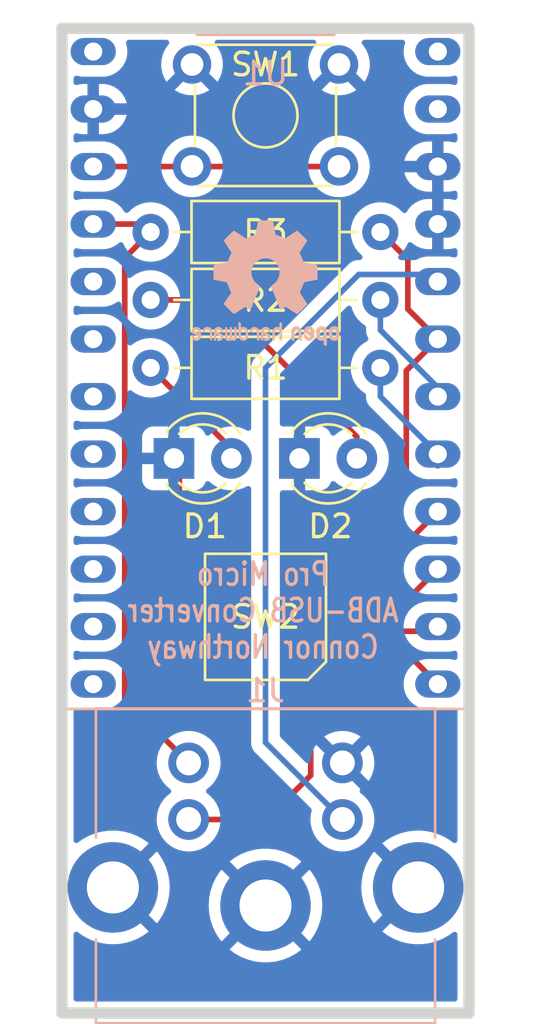
<source format=kicad_pcb>
(kicad_pcb (version 20210722) (generator pcbnew)
  (layers (0 "F.Cu" signal) (31 "B.Cu" signal) (34 "B.Paste" user) (35 "F.Paste" user) (36 "B.SilkS" user "B.Silkscreen") (37 "F.SilkS" user "F.Silkscreen") (38 "B.Mask" user) (39 "F.Mask" user) (44 "Edge.Cuts" user))
  (net 0 "")
  (net 1 "GND")
  (net 2 "Net-(D1-Pad2)")
  (net 3 "Net-(D2-Pad2)")
  (net 4 "DIP1")
  (net 5 "DATA")
  (net 6 "PSW")
  (net 7 "VCC")
  (net 8 "LED1")
  (net 9 "LED2")
  (net 10 "DIP2")
  (net 11 "RST")
  (net 14 "DIP3")
  (net 15 "DIP4")
  (footprint "LED_THT:LED_D3.0mm" (layer "F.Cu") (at 109.5 87)
    (fp_text reference "D2" (at 1.366487 3) (layer "F.SilkS"))
    (fp_text value "LED")
    (fp_line (start -0.29 1.08) (end -0.29 1.236) (layer "F.SilkS") (width 0.12))
    (fp_line (start -0.29 -1.236) (end -0.29 -1.08) (layer "F.SilkS") (width 0.12))
    (fp_arc (start 1.27 0) (end -0.29 -1.235516) (angle 108.8) (layer "F.SilkS") (width 0.12))
    (fp_arc (start 1.27 0) (end 0.229039 1.08) (angle -87.9) (layer "F.SilkS") (width 0.12))
    (fp_arc (start 1.27 0) (end 0.229039 -1.08) (angle 87.9) (layer "F.SilkS") (width 0.12))
    (fp_arc (start 1.27 0) (end -0.29 1.235516) (angle -108.8) (layer "F.SilkS") (width 0.12))
    (pad "1" thru_hole rect locked (at 0 0) (size 1.8 1.8) (drill 0.9) (layers *.Cu *.Mask) (net 1 "GND"))
    (pad "2" thru_hole circle locked (at 2.54 0) (size 1.8 1.8) (drill 0.9) (layers *.Cu *.Mask) (net 3 "Net-(D2-Pad2)"))
  )
  (footprint "Button_Switch_THT:SW_TH_Tactile_Omron_B3F-10xx" (layer "F.Cu") (at 111.25 74.1 180)
    (fp_text reference "SW1" (at 3.25 4.5) (layer "F.SilkS"))
    (fp_text value "SW_Push_Dual_Other_PinLayout")
    (fp_line (start 0.13 3.59) (end 0.13 0.91) (layer "F.SilkS") (width 0.12))
    (fp_line (start 6.37 0.91) (end 6.37 3.59) (layer "F.SilkS") (width 0.12))
    (fp_line (start 0.28 5.37) (end 6.22 5.37) (layer "F.SilkS") (width 0.12))
    (fp_line (start 0.28 -0.87) (end 6.22 -0.87) (layer "F.SilkS") (width 0.12))
    (fp_circle (center 3.25 2.25) (end 4.25 3.25) (layer "F.SilkS") (width 0.12) (fill none))
    (pad "1" thru_hole circle locked (at 0 0 180) (size 1.7 1.7) (drill 1) (layers *.Cu *.Mask) (net 11 "RST"))
    (pad "2" thru_hole circle locked (at 6.5 0 180) (size 1.7 1.7) (drill 1) (layers *.Cu *.Mask) (net 11 "RST"))
    (pad "3" thru_hole circle locked (at 0 4.5 180) (size 1.7 1.7) (drill 1) (layers *.Cu *.Mask) (net 1 "GND"))
    (pad "4" thru_hole circle locked (at 6.5 4.5 180) (size 1.7 1.7) (drill 1) (layers *.Cu *.Mask) (net 1 "GND"))
  )
  (footprint "cnorthway:218-4LPST" (layer "F.Cu") (at 108 94 90)
    (fp_text reference "SW2" (at 0 0) (layer "F.SilkS"))
    (fp_text value "SW_DIP_x04")
    (fp_line (start -1.985 2.675) (end -2.785 1.875) (layer "F.SilkS") (width 0.12))
    (fp_line (start -2.785 1.875) (end -2.785 -2.675) (layer "F.SilkS") (width 0.12))
    (fp_line (start 2.785 2.675) (end -1.985 2.675) (layer "F.SilkS") (width 0.12))
    (fp_line (start -2.785 -2.675) (end 2.785 -2.675) (layer "F.SilkS") (width 0.12))
    (fp_line (start 2.785 -2.675) (end 2.785 2.675) (layer "F.SilkS") (width 0.12))
    (pad "1" smd rect (at -1.905 3.81 90) (size 0.76 1.27) (layers "F.Cu" "F.Paste" "F.Mask") (net 15 "DIP4"))
    (pad "2" smd rect (at -0.635 3.81 90) (size 0.76 1.27) (layers "F.Cu" "F.Paste" "F.Mask") (net 14 "DIP3"))
    (pad "3" smd rect (at 0.635 3.81 90) (size 0.76 1.27) (layers "F.Cu" "F.Paste" "F.Mask") (net 10 "DIP2"))
    (pad "4" smd rect (at 1.905 3.81 90) (size 0.76 1.27) (layers "F.Cu" "F.Paste" "F.Mask") (net 4 "DIP1"))
    (pad "5" smd rect (at 1.905 -3.81 90) (size 0.76 1.27) (layers "F.Cu" "F.Paste" "F.Mask") (net 1 "GND"))
    (pad "6" smd rect (at 0.635 -3.81 90) (size 0.76 1.27) (layers "F.Cu" "F.Paste" "F.Mask") (net 1 "GND"))
    (pad "7" smd rect (at -0.635 -3.81 90) (size 0.76 1.27) (layers "F.Cu" "F.Paste" "F.Mask") (net 1 "GND"))
    (pad "8" smd rect (at -1.905 -3.81 90) (size 0.76 1.27) (layers "F.Cu" "F.Paste" "F.Mask") (net 1 "GND"))
  )
  (footprint "LED_THT:LED_D3.0mm" (layer "F.Cu") (at 103.95 87)
    (fp_text reference "D1" (at 1.366487 3) (layer "F.SilkS"))
    (fp_text value "LED")
    (fp_line (start -0.29 1.08) (end -0.29 1.236) (layer "F.SilkS") (width 0.12))
    (fp_line (start -0.29 -1.236) (end -0.29 -1.08) (layer "F.SilkS") (width 0.12))
    (fp_arc (start 1.27 0) (end -0.29 1.235516) (angle -108.8) (layer "F.SilkS") (width 0.12))
    (fp_arc (start 1.27 0) (end -0.29 -1.235516) (angle 108.8) (layer "F.SilkS") (width 0.12))
    (fp_arc (start 1.27 0) (end 0.229039 -1.08) (angle 87.9) (layer "F.SilkS") (width 0.12))
    (fp_arc (start 1.27 0) (end 0.229039 1.08) (angle -87.9) (layer "F.SilkS") (width 0.12))
    (pad "1" thru_hole rect locked (at 0 0) (size 1.8 1.8) (drill 0.9) (layers *.Cu *.Mask) (net 1 "GND"))
    (pad "2" thru_hole circle locked (at 2.54 0) (size 1.8 1.8) (drill 0.9) (layers *.Cu *.Mask) (net 2 "Net-(D1-Pad2)"))
  )
  (footprint "Resistor_THT:R_Axial_DIN0207_L6.3mm_D2.5mm_P10.16mm_Horizontal" (layer "F.Cu") (at 102.92 77)
    (fp_text reference "R3" (at 5.08 0) (layer "F.SilkS"))
    (fp_text value "1k")
    (fp_line (start 9.12 0) (end 8.35 0) (layer "F.SilkS") (width 0.12))
    (fp_line (start 8.35 -1.37) (end 1.81 -1.37) (layer "F.SilkS") (width 0.12))
    (fp_line (start 8.35 1.37) (end 8.35 -1.37) (layer "F.SilkS") (width 0.12))
    (fp_line (start 1.04 0) (end 1.81 0) (layer "F.SilkS") (width 0.12))
    (fp_line (start 1.81 -1.37) (end 1.81 1.37) (layer "F.SilkS") (width 0.12))
    (fp_line (start 1.81 1.37) (end 8.35 1.37) (layer "F.SilkS") (width 0.12))
    (pad "1" thru_hole circle locked (at 0 0) (size 1.6 1.6) (drill 0.8) (layers *.Cu *.Mask) (net 7 "VCC"))
    (pad "2" thru_hole oval locked (at 10.16 0) (size 1.6 1.6) (drill 0.8) (layers *.Cu *.Mask) (net 5 "DATA"))
  )
  (footprint "Resistor_THT:R_Axial_DIN0207_L6.3mm_D2.5mm_P10.16mm_Horizontal" (layer "F.Cu") (at 113.08 83 180)
    (fp_text reference "R1" (at 5.08 0) (layer "F.SilkS"))
    (fp_text value "R_Small")
    (fp_line (start 8.35 -1.37) (end 1.81 -1.37) (layer "F.SilkS") (width 0.12))
    (fp_line (start 8.35 1.37) (end 8.35 -1.37) (layer "F.SilkS") (width 0.12))
    (fp_line (start 1.81 -1.37) (end 1.81 1.37) (layer "F.SilkS") (width 0.12))
    (fp_line (start 1.04 0) (end 1.81 0) (layer "F.SilkS") (width 0.12))
    (fp_line (start 1.81 1.37) (end 8.35 1.37) (layer "F.SilkS") (width 0.12))
    (fp_line (start 9.12 0) (end 8.35 0) (layer "F.SilkS") (width 0.12))
    (pad "1" thru_hole circle locked (at 0 0 180) (size 1.6 1.6) (drill 0.8) (layers *.Cu *.Mask) (net 8 "LED1"))
    (pad "2" thru_hole oval locked (at 10.16 0 180) (size 1.6 1.6) (drill 0.8) (layers *.Cu *.Mask) (net 2 "Net-(D1-Pad2)"))
  )
  (footprint "Resistor_THT:R_Axial_DIN0207_L6.3mm_D2.5mm_P10.16mm_Horizontal" (layer "F.Cu") (at 113.08 80 180)
    (fp_text reference "R2" (at 5.08 0) (layer "F.SilkS"))
    (fp_text value "R_Small")
    (fp_line (start 1.81 1.37) (end 8.35 1.37) (layer "F.SilkS") (width 0.12))
    (fp_line (start 1.81 -1.37) (end 1.81 1.37) (layer "F.SilkS") (width 0.12))
    (fp_line (start 8.35 -1.37) (end 1.81 -1.37) (layer "F.SilkS") (width 0.12))
    (fp_line (start 9.12 0) (end 8.35 0) (layer "F.SilkS") (width 0.12))
    (fp_line (start 8.35 1.37) (end 8.35 -1.37) (layer "F.SilkS") (width 0.12))
    (fp_line (start 1.04 0) (end 1.81 0) (layer "F.SilkS") (width 0.12))
    (pad "1" thru_hole circle locked (at 0 0 180) (size 1.6 1.6) (drill 0.8) (layers *.Cu *.Mask) (net 9 "LED2"))
    (pad "2" thru_hole oval locked (at 10.16 0 180) (size 1.6 1.6) (drill 0.8) (layers *.Cu *.Mask) (net 3 "Net-(D2-Pad2)"))
  )
  (footprint "Symbol:OSHW-Logo2_7.3x6mm_SilkScreen" (layer "B.Cu") (at 108 79.25 180)
    (fp_text reference "REF**" hide)
    (fp_text value "OSHW-Logo2_7.3x6mm_SilkScreen" hide)
    (fp_poly (pts (xy -1.283907 -1.92778) (xy -1.237328 -1.954723) (xy -1.204943 -1.981466) (xy -1.181258 -2.009484) (xy -1.164941 -2.043748) (xy -1.154661 -2.089227) (xy -1.149086 -2.150892) (xy -1.146884 -2.233711) (xy -1.146629 -2.293246) (xy -1.146629 -2.512391) (xy -1.208314 -2.540044) (xy -1.27 -2.567697) (xy -1.277257 -2.32767) (xy -1.280256 -2.238028) (xy -1.283402 -2.172962) (xy -1.287299 -2.128026) (xy -1.292553 -2.09877) (xy -1.299769 -2.080748) (xy -1.30955 -2.069511) (xy -1.312688 -2.067079) (xy -1.360239 -2.048083) (xy -1.408303 -2.0556) (xy -1.436914 -2.075543) (xy -1.448553 -2.089675) (xy -1.456609 -2.10822) (xy -1.461729 -2.136334) (xy -1.464559 -2.179173) (xy -1.465744 -2.241895) (xy -1.465943 -2.307261) (xy -1.465982 -2.389268) (xy -1.467386 -2.447316) (xy -1.472086 -2.486465) (xy -1.482013 -2.51178) (xy -1.499097 -2.528323) (xy -1.525268 -2.541156) (xy -1.560225 -2.554491) (xy -1.598404 -2.569007) (xy -1.593859 -2.311389) (xy -1.592029 -2.218519) (xy -1.589888 -2.149889) (xy -1.586819 -2.100711) (xy -1.582206 -2.066198) (xy -1.575432 -2.041562) (xy -1.565881 -2.022016) (xy -1.554366 -2.00477) (xy -1.49881 -1.94968) (xy -1.43102 -1.917822) (xy -1.357287 -1.910191) (xy -1.283907 -1.92778)) (layer "B.SilkS") (width 0.01) (fill solid))
    (fp_poly (pts (xy 3.153595 -1.966966) (xy 3.211021 -2.004497) (xy 3.238719 -2.038096) (xy 3.260662 -2.099064) (xy 3.262405 -2.147308) (xy 3.258457 -2.211816) (xy 3.109686 -2.276934) (xy 3.037349 -2.310202) (xy 2.990084 -2.336964) (xy 2.965507 -2.360144) (xy 2.961237 -2.382667) (xy 2.974889 -2.407455) (xy 2.989943 -2.423886) (xy 3.033746 -2.450235) (xy 3.081389 -2.452081) (xy 3.125145 -2.431546) (xy 3.157289 -2.390752) (xy 3.163038 -2.376347) (xy 3.190576 -2.331356) (xy 3.222258 -2.312182) (xy 3.265714 -2.295779) (xy 3.265714 -2.357966) (xy 3.261872 -2.400283) (xy 3.246823 -2.435969) (xy 3.21528 -2.476943) (xy 3.210592 -2.482267) (xy 3.175506 -2.51872) (xy 3.145347 -2.538283) (xy 3.107615 -2.547283) (xy 3.076335 -2.55023) (xy 3.020385 -2.550965) (xy 2.980555 -2.54166) (xy 2.955708 -2.527846) (xy 2.916656 -2.497467) (xy 2.889625 -2.464613) (xy 2.872517 -2.423294) (xy 2.863238 -2.367521) (xy 2.859693 -2.291305) (xy 2.85941 -2.252622) (xy 2.860372 -2.206247) (xy 2.948007 -2.206247) (xy 2.949023 -2.231126) (xy 2.951556 -2.2352) (xy 2.968274 -2.229665) (xy 3.004249 -2.215017) (xy 3.052331 -2.19419) (xy 3.062386 -2.189714) (xy 3.123152 -2.158814) (xy 3.156632 -2.131657) (xy 3.16399 -2.10622) (xy 3.146391 -2.080481) (xy 3.131856 -2.069109) (xy 3.07941 -2.046364) (xy 3.030322 -2.050122) (xy 2.989227 -2.077884) (xy 2.960758 -2.127152) (xy 2.951631 -2.166257) (xy 2.948007 -2.206247) (xy 2.860372 -2.206247) (xy 2.861285 -2.162249) (xy 2.868196 -2.095384) (xy 2.881884 -2.046695) (xy 2.904096 -2.010849) (xy 2.936574 -1.982513) (xy 2.950733 -1.973355) (xy 3.015053 -1.949507) (xy 3.085473 -1.948006) (xy 3.153595 -1.966966)) (layer "B.SilkS") (width 0.01) (fill solid))
    (fp_poly (pts (xy 2.6526 -1.958752) (xy 2.669948 -1.966334) (xy 2.711356 -1.999128) (xy 2.746765 -2.046547) (xy 2.768664 -2.097151) (xy 2.772229 -2.122098) (xy 2.760279 -2.156927) (xy 2.734067 -2.175357) (xy 2.705964 -2.186516) (xy 2.693095 -2.188572) (xy 2.686829 -2.173649) (xy 2.674456 -2.141175) (xy 2.669028 -2.126502) (xy 2.63859 -2.075744) (xy 2.59452 -2.050427) (xy 2.53801 -2.051206) (xy 2.533825 -2.052203) (xy 2.503655 -2.066507) (xy 2.481476 -2.094393) (xy 2.466327 -2.139287) (xy 2.45725 -2.204615) (xy 2.453286 -2.293804) (xy 2.452914 -2.341261) (xy 2.45273 -2.416071) (xy 2.451522 -2.467069) (xy 2.448309 -2.499471) (xy 2.442109 -2.518495) (xy 2.43194 -2.529356) (xy 2.416819 -2.537272) (xy 2.415946 -2.53767) (xy 2.386828 -2.549981) (xy 2.372403 -2.554514) (xy 2.370186 -2.540809) (xy 2.368289 -2.502925) (xy 2.366847 -2.445715) (xy 2.365998 -2.374027) (xy 2.365829 -2.321565) (xy 2.366692 -2.220047) (xy 2.37007 -2.143032) (xy 2.377142 -2.086023) (xy 2.389088 -2.044526) (xy 2.40709 -2.014043) (xy 2.432327 -1.99008) (xy 2.457247 -1.973355) (xy 2.517171 -1.951097) (xy 2.586911 -1.946076) (xy 2.6526 -1.958752)) (layer "B.SilkS") (width 0.01) (fill solid))
    (fp_poly (pts (xy 0.10391 2.757652) (xy 0.182454 2.757222) (xy 0.239298 2.756058) (xy 0.278105 2.753793) (xy 0.302538 2.75006) (xy 0.316262 2.744494) (xy 0.32294 2.736727) (xy 0.326236 2.726395) (xy 0.326556 2.725057) (xy 0.331562 2.700921) (xy 0.340829 2.653299) (xy 0.353392 2.587259) (xy 0.368287 2.507872) (xy 0.384551 2.420204) (xy 0.385119 2.417125) (xy 0.40141 2.331211) (xy 0.416652 2.255304) (xy 0.429861 2.193955) (xy 0.440054 2.151718) (xy 0.446248 2.133145) (xy 0.446543 2.132816) (xy 0.464788 2.123747) (xy 0.502405 2.108633) (xy 0.551271 2.090738) (xy 0.551543 2.090642) (xy 0.613093 2.067507) (xy 0.685657 2.038035) (xy 0.754057 2.008403) (xy 0.757294 2.006938) (xy 0.868702 1.956374) (xy 1.115399 2.12484) (xy 1.191077 2.176197) (xy 1.259631 2.222111) (xy 1.317088 2.25997) (xy 1.359476 2.287163) (xy 1.382825 2.301079) (xy 1.385042 2.302111) (xy 1.40201 2.297516) (xy 1.433701 2.275345) (xy 1.481352 2.234553) (xy 1.546198 2.174095) (xy 1.612397 2.109773) (xy 1.676214 2.046388) (xy 1.733329 1.988549) (xy 1.780305 1.939825) (xy 1.813703 1.90379) (xy 1.830085 1.884016) (xy 1.830694 1.882998) (xy 1.832505 1.869428) (xy 1.825683 1.847267) (xy 1.80854 1.813522) (xy 1.779393 1.7652) (xy 1.736555 1.699308) (xy 1.679448 1.614483) (xy 1.628766 1.539823) (xy 1.583461 1.47286) (xy 1.54615 1.417484) (xy 1.519452 1.37758) (xy 1.505985 1.357038) (xy 1.505137 1.355644) (xy 1.506781 1.335962) (xy 1.519245 1.297707) (xy 1.540048 1.248111) (xy 1.547462 1.232272) (xy 1.579814 1.16171) (xy 1.614328 1.081647) (xy 1.642365 1.012371) (xy 1.662568 0.960955) (xy 1.678615 0.921881) (xy 1.687888 0.901459) (xy 1.689041 0.899886) (xy 1.706096 0.897279) (xy 1.746298 0.890137) (xy 1.804302 0.879477) (xy 1.874763 0.866315) (xy 1.952335 0.851667) (xy 2.031672 0.836551) (xy 2.107431 0.821982) (xy 2.174264 0.808978) (xy 2.226828 0.798555) (xy 2.259776 0.79173) (xy 2.267857 0.789801) (xy 2.276205 0.785038) (xy 2.282506 0.774282) (xy 2.287045 0.753902) (xy 2.290104 0.720266) (xy 2.291967 0.669745) (xy 2.292918 0.598708) (xy 2.29324 0.503524) (xy 2.293257 0.464508) (xy 2.293257 0.147201) (xy 2.217057 0.132161) (xy 2.174663 0.124005) (xy 2.1114 0.112101) (xy 2.034962 0.097884) (xy 1.953043 0.08279) (xy 1.9304 0.078645) (xy 1.854806 0.063947) (xy 1.788953 0.049495) (xy 1.738366 0.036625) (xy 1.708574 0.026678) (xy 1.703612 0.023713) (xy 1.691426 0.002717) (xy 1.673953 -0.037967) (xy 1.654577 -0.090322) (xy 1.650734 -0.1016) (xy 1.625339 -0.171523) (xy 1.593817 -0.250418) (xy 1.562969 -0.321266) (xy 1.562817 -0.321595) (xy 1.511447 -0.432733) (xy 1.680399 -0.681253) (xy 1.849352 -0.929772) (xy 1.632429 -1.147058) (xy 1.566819 -1.211726) (xy 1.506979 -1.268733) (xy 1.456267 -1.315033) (xy 1.418046 -1.347584) (xy 1.395675 -1.363343) (xy 1.392466 -1.364343) (xy 1.373626 -1.356469) (xy 1.33518 -1.334578) (xy 1.28133 -1.301267) (xy 1.216276 -1.259131) (xy 1.14594 -1.211943) (xy 1.074555 -1.16381) (xy 1.010908 -1.121928) (xy 0.959041 -1.088871) (xy 0.922995 -1.067218) (xy 0.906867 -1.059543) (xy 0.887189 -1.066037) (xy 0.849875 -1.08315) (xy 0.802621 -1.107326) (xy 0.797612 -1.110013) (xy 0.733977 -1.141927) (xy 0.690341 -1.157579) (xy 0.663202 -1.157745) (xy 0.649057 -1.143204) (xy 0.648975 -1.143) (xy 0.641905 -1.125779) (xy 0.625042 -1.084899) (xy 0.599695 -1.023525) (xy 0.567171 -0.944819) (xy 0.528778 -0.851947) (xy 0.485822 -0.748072) (xy 0.444222 -0.647502) (xy 0.398504 -0.536516) (xy 0.356526 -0.433703) (xy 0.319548 -0.342215) (xy 0.288827 -0.265201) (xy 0.265622 -0.205815) (xy 0.25119 -0.167209) (xy 0.246743 -0.1528) (xy 0.257896 -0.136272) (xy 0.287069 -0.10993) (xy 0.325971 -0.080887) (xy 0.436757 0.010961) (xy 0.523351 0.116241) (xy 0.584716 0.232734) (xy 0.619815 0.358224) (xy 0.627608 0.490493) (xy 0.621943 0.551543) (xy 0.591078 0.678205) (xy 0.53792 0.790059) (xy 0.465767 0.885999) (xy 0.377917 0.964924) (xy 0.277665 1.02573) (xy 0.16831 1.067313) (xy 0.053147 1.088572) (xy -0.064525 1.088401) (xy -0.18141 1.065699) (xy -0.294211 1.019362) (xy -0.399631 0.948287) (xy -0.443632 0.908089) (xy -0.528021 0.804871) (xy -0.586778 0.692075) (xy -0.620296 0.57299) (xy -0.628965 0.450905) (xy -0.613177 0.329107) (xy -0.573322 0.210884) (xy -0.509793 0.099525) (xy -0.422979 -0.001684) (xy -0.325971 -0.080887) (xy -0.285563 -0.111162) (xy -0.257018 -0.137219) (xy -0.246743 -0.152825) (xy -0.252123 -0.169843) (xy -0.267425 -0.2105) (xy -0.291388 -0.271642) (xy -0.322756 -0.350119) (xy -0.360268 -0.44278) (xy -0.402667 -0.546472) (xy -0.444337 -0.647526) (xy -0.49031 -0.758607) (xy -0.532893 -0.861541) (xy -0.570779 -0.953165) (xy -0.60266 -1.030316) (xy -0.627229 -1.089831) (xy -0.64318 -1.128544) (xy -0.64909 -1.143) (xy -0.663052 -1.157685) (xy -0.69006 -1.157642) (xy -0.733587 -1.142099) (xy -0.79711 -1.110284) (xy -0.797612 -1.110013) (xy -0.84544 -1.085323) (xy -0.884103 -1.067338) (xy -0.905905 -1.059614) (xy -0.906867 -1.059543) (xy -0.923279 -1.067378) (xy -0.959513 -1.089165) (xy -1.011526 -1.122328) (xy -1.075275 -1.164291) (xy -1.14594 -1.211943) (xy -1.217884 -1.260191) (xy -1.282726 -1.302151) (xy -1.336265 -1.335227) (xy -1.374303 -1.356821) (xy -1.392467 -1.364343) (xy -1.409192 -1.354457) (xy -1.44282 -1.326826) (xy -1.48999 -1.284495) (xy -1.547342 -1.230505) (xy -1.611516 -1.167899) (xy -1.632503 -1.146983) (xy -1.849501 -0.929623) (xy -1.684332 -0.68722) (xy -1.634136 -0.612781) (xy -1.590081 -0.545972) (xy -1.554638 -0.490665) (xy -1.530281 -0.450729) (xy -1.519478 -0.430036) (xy -1.519162 -0.428563) (xy -1.524857 -0.409058) (xy -1.540174 -0.369822) (xy -1.562463 -0.31743) (xy -1.578107 -0.282355) (xy -1.607359 -0.215201) (xy -1.634906 -0.147358) (xy -1.656263 -0.090034) (xy -1.662065 -0.072572) (xy -1.678548 -0.025938) (xy -1.69466 0.010095) (xy -1.70351 0.023713) (xy -1.72304 0.032048) (xy -1.765666 0.043863) (xy -1.825855 0.057819) (xy -1.898078 0.072578) (xy -1.9304 0.078645) (xy -2.012478 0.093727) (xy -2.091205 0.108331) (xy -2.158891 0.12102) (xy -2.20784 0.130358) (xy -2.217057 0.132161) (xy -2.293257 0.147201) (xy -2.293257 0.464508) (xy -2.293086 0.568846) (xy -2.292384 0.647787) (xy -2.290866 0.704962) (xy -2.288251 0.744001) (xy -2.284254 0.768535) (xy -2.278591 0.782195) (xy -2.27098 0.788611) (xy -2.267857 0.789801) (xy -2.249022 0.79402) (xy -2.207412 0.802438) (xy -2.14837 0.814039) (xy -2.077243 0.827805) (xy -1.999375 0.84272) (xy -1.920113 0.857768) (xy -1.844802 0.871931) (xy -1.778787 0.884194) (xy -1.727413 0.893539) (xy -1.696025 0.89895) (xy -1.689041 0.899886) (xy -1.682715 0.912404) (xy -1.66871 0.945754) (xy -1.649645 0.993623) (xy -1.642366 1.012371) (xy -1.613004 1.084805) (xy -1.578429 1.16483) (xy -1.547463 1.232272) (xy -1.524677 1.283841) (xy -1.509518 1.326215) (xy -1.504458 1.352166) (xy -1.505264 1.355644) (xy -1.515959 1.372064) (xy -1.54038 1.408583) (xy -1.575905 1.461313) (xy -1.619913 1.526365) (xy -1.669783 1.599849) (xy -1.679644 1.614355) (xy -1.737508 1.700296) (xy -1.780044 1.765739) (xy -1.808946 1.813696) (xy -1.82591 1.84718) (xy -1.832633 1.869205) (xy -1.83081 1.882783) (xy -1.830764 1.882869) (xy -1.816414 1.900703) (xy -1.784677 1.935183) (xy -1.73899 1.982732) (xy -1.682796 2.039778) (xy -1.619532 2.102745) (xy -1.612398 2.109773) (xy -1.53267 2.18698) (xy -1.471143 2.24367) (xy -1.426579 2.28089) (xy -1.397743 2.299685) (xy -1.385042 2.302111) (xy -1.366506 2.291529) (xy -1.328039 2.267084) (xy -1.273614 2.231388) (xy -1.207202 2.187053) (xy -1.132775 2.136689) (xy -1.115399 2.12484) (xy -0.868703 1.956374) (xy -0.757294 2.006938) (xy -0.689543 2.036405) (xy -0.616817 2.066041) (xy -0.554297 2.08967) (xy -0.551543 2.090642) (xy -0.50264 2.108543) (xy -0.464943 2.12368) (xy -0.446575 2.13279) (xy -0.446544 2.132816) (xy -0.440715 2.149283) (xy -0.430808 2.189781) (xy -0.417805 2.249758) (xy -0.402691 2.32466) (xy -0.386448 2.409936) (xy -0.385119 2.417125) (xy -0.368825 2.504986) (xy -0.353867 2.58474) (xy -0.341209 2.651319) (xy -0.331814 2.699653) (xy -0.326646 2.724675) (xy -0.326556 2.725057) (xy -0.323411 2.735701) (xy -0.317296 2.743738) (xy -0.304547 2.749533) (xy -0.2815 2.753453) (xy -0.244491 2.755865) (xy -0.189856 2.757135) (xy -0.113933 2.757629) (xy -0.013056 2.757714) (xy 0 2.757714) (xy 0.10391 2.757652)) (layer "B.SilkS") (width 0.01) (fill solid))
    (fp_poly (pts (xy -2.958885 -1.921962) (xy -2.890855 -1.957733) (xy -2.840649 -2.015301) (xy -2.822815 -2.052312) (xy -2.808937 -2.107882) (xy -2.801833 -2.178096) (xy -2.80116 -2.254727) (xy -2.806573 -2.329552) (xy -2.81773 -2.394342) (xy -2.834286 -2.440873) (xy -2.839374 -2.448887) (xy -2.899645 -2.508707) (xy -2.971231 -2.544535) (xy -3.048908 -2.55502) (xy -3.127452 -2.53881) (xy -3.149311 -2.529092) (xy -3.191878 -2.499143) (xy -3.229237 -2.459433) (xy -3.232768 -2.454397) (xy -3.247119 -2.430124) (xy -3.256606 -2.404178) (xy -3.26221 -2.370022) (xy -3.264914 -2.321119) (xy -3.265701 -2.250935) (xy -3.265714 -2.2352) (xy -3.265678 -2.230192) (xy -3.120571 -2.230192) (xy -3.119727 -2.29643) (xy -3.116404 -2.340386) (xy -3.109417 -2.368779) (xy -3.097584 -2.388325) (xy -3.091543 -2.394857) (xy -3.056814 -2.41968) (xy -3.023097 -2.418548) (xy -2.989005 -2.397016) (xy -2.968671 -2.374029) (xy -2.956629 -2.340478) (xy -2.949866 -2.287569) (xy -2.949402 -2.281399) (xy -2.948248 -2.185513) (xy -2.960312 -2.114299) (xy -2.98543 -2.068194) (xy -3.02344 -2.047635) (xy -3.037008 -2.046514) (xy -3.072636 -2.052152) (xy -3.097006 -2.071686) (xy -3.111907 -2.109042) (xy -3.119125 -2.16815) (xy -3.120571 -2.230192) (xy -3.265678 -2.230192) (xy -3.265174 -2.160413) (xy -3.262904 -2.108159) (xy -3.257932 -2.071949) (xy -3.249287 -2.045299) (xy -3.235995 -2.021722) (xy -3.233057 -2.017338) (xy -3.183687 -1.958249) (xy -3.129891 -1.923947) (xy -3.064398 -1.910331) (xy -3.042158 -1.909665) (xy -2.958885 -1.921962)) (layer "B.SilkS") (width 0.01) (fill solid))
    (fp_poly (pts (xy -1.831697 -1.931239) (xy -1.774473 -1.969735) (xy -1.730251 -2.025335) (xy -1.703833 -2.096086) (xy -1.69849 -2.148162) (xy -1.699097 -2.169893) (xy -1.704178 -2.186531) (xy -1.718145 -2.201437) (xy -1.745411 -2.217973) (xy -1.790388 -2.239498) (xy -1.857489 -2.269374) (xy -1.857829 -2.269524) (xy -1.919593 -2.297813) (xy -1.970241 -2.322933) (xy -2.004596 -2.342179) (xy -2.017482 -2.352848) (xy -2.017486 -2.352934) (xy -2.006128 -2.376166) (xy -1.979569 -2.401774) (xy -1.949077 -2.420221) (xy -1.93363 -2.423886) (xy -1.891485 -2.411212) (xy -1.855192 -2.379471) (xy -1.837483 -2.344572) (xy -1.820448 -2.318845) (xy -1.787078 -2.289546) (xy -1.747851 -2.264235) (xy -1.713244 -2.250471) (xy -1.706007 -2.249714) (xy -1.697861 -2.26216) (xy -1.69737 -2.293972) (xy -1.703357 -2.336866) (xy -1.714643 -2.382558) (xy -1.73005 -2.422761) (xy -1.730829 -2.424322) (xy -1.777196 -2.489062) (xy -1.837289 -2.533097) (xy -1.905535 -2.554711) (xy -1.976362 -2.552185) (xy -2.044196 -2.523804) (xy -2.047212 -2.521808) (xy -2.100573 -2.473448) (xy -2.13566 -2.410352) (xy -2.155078 -2.327387) (xy -2.157684 -2.304078) (xy -2.162299 -2.194055) (xy -2.156767 -2.142748) (xy -2.017486 -2.142748) (xy -2.015676 -2.174753) (xy -2.005778 -2.184093) (xy -1.981102 -2.177105) (xy -1.942205 -2.160587) (xy -1.898725 -2.139881) (xy -1.897644 -2.139333) (xy -1.860791 -2.119949) (xy -1.846 -2.107013) (xy -1.849647 -2.093451) (xy -1.865005 -2.075632) (xy -1.904077 -2.049845) (xy -1.946154 -2.04795) (xy -1.983897 -2.066717) (xy -2.009966 -2.102915) (xy -2.017486 -2.142748) (xy -2.156767 -2.142748) (xy -2.152806 -2.106027) (xy -2.12845 -2.036212) (xy -2.094544 -1.987302) (xy -2.033347 -1.937878) (xy -1.965937 -1.913359) (xy -1.89712 -1.911797) (xy -1.831697 -1.931239)) (layer "B.SilkS") (width 0.01) (fill solid))
    (fp_poly (pts (xy -0.624114 -1.851289) (xy -0.619861 -1.910613) (xy -0.614975 -1.945572) (xy -0.608205 -1.96082) (xy -0.598298 -1.961015) (xy -0.595086 -1.959195) (xy -0.552356 -1.946015) (xy -0.496773 -1.946785) (xy -0.440263 -1.960333) (xy -0.404918 -1.977861) (xy -0.368679 -2.005861) (xy -0.342187 -2.037549) (xy -0.324001 -2.077813) (xy -0.312678 -2.131543) (xy -0.306778 -2.203626) (xy -0.304857 -2.298951) (xy -0.304823 -2.317237) (xy -0.3048 -2.522646) (xy -0.350509 -2.53858) (xy -0.382973 -2.54942) (xy -0.400785 -2.554468) (xy -0.401309 -2.554514) (xy -0.403063 -2.540828) (xy -0.404556 -2.503076) (xy -0.405674 -2.446224) (xy -0.406303 -2.375234) (xy -0.4064 -2.332073) (xy -0.406602 -2.246973) (xy -0.407642 -2.185981) (xy -0.410169 -2.144177) (xy -0.414836 -2.116642) (xy -0.422293 -2.098456) (xy -0.433189 -2.084698) (xy -0.439993 -2.078073) (xy -0.486728 -2.051375) (xy -0.537728 -2.049375) (xy -0.583999 -2.071955) (xy -0.592556 -2.080107) (xy -0.605107 -2.095436) (xy -0.613812 -2.113618) (xy -0.619369 -2.139909) (xy -0.622474 -2.179562) (xy -0.623824 -2.237832) (xy -0.624114 -2.318173) (xy -0.624114 -2.522646) (xy -0.669823 -2.53858) (xy -0.702287 -2.54942) (xy -0.720099 -2.554468) (xy -0.720623 -2.554514) (xy -0.721963 -2.540623) (xy -0.723172 -2.501439) (xy -0.724199 -2.4407) (xy -0.724998 -2.362141) (xy -0.725519 -2.269498) (xy -0.725714 -2.166509) (xy -0.725714 -1.769342) (xy -0.678543 -1.749444) (xy -0.631371 -1.729547) (xy -0.624114 -1.851289)) (layer "B.SilkS") (width 0.01) (fill solid))
    (fp_poly (pts (xy 2.144876 -1.956335) (xy 2.186667 -1.975344) (xy 2.219469 -1.998378) (xy 2.243503 -2.024133) (xy 2.260097 -2.057358) (xy 2.270577 -2.1028) (xy 2.276271 -2.165207) (xy 2.278507 -2.249327) (xy 2.278743 -2.304721) (xy 2.278743 -2.520826) (xy 2.241774 -2.53767) (xy 2.212656 -2.549981) (xy 2.198231 -2.554514) (xy 2.195472 -2.541025) (xy 2.193282 -2.504653) (xy 2.191942 -2.451542) (xy 2.191657 -2.409372) (xy 2.190434 -2.348447) (xy 2.187136 -2.300115) (xy 2.182321 -2.270518) (xy 2.178496 -2.264229) (xy 2.152783 -2.270652) (xy 2.112418 -2.287125) (xy 2.065679 -2.309458) (xy 2.020845 -2.333457) (xy 1.986193 -2.35493) (xy 1.970002 -2.369685) (xy 1.969938 -2.369845) (xy 1.97133 -2.397152) (xy 1.983818 -2.423219) (xy 2.005743 -2.444392) (xy 2.037743 -2.451474) (xy 2.065092 -2.450649) (xy 2.103826 -2.450042) (xy 2.124158 -2.459116) (xy 2.136369 -2.483092) (xy 2.137909 -2.487613) (xy 2.143203 -2.521806) (xy 2.129047 -2.542568) (xy 2.092148 -2.552462) (xy 2.052289 -2.554292) (xy 1.980562 -2.540727) (xy 1.943432 -2.521355) (xy 1.897576 -2.475845) (xy 1.873256 -2.419983) (xy 1.871073 -2.360957) (xy 1.891629 -2.305953) (xy 1.922549 -2.271486) (xy 1.95342 -2.252189) (xy 2.001942 -2.227759) (xy 2.058485 -2.202985) (xy 2.06791 -2.199199) (xy 2.130019 -2.171791) (xy 2.165822 -2.147634) (xy 2.177337 -2.123619) (xy 2.16658 -2.096635) (xy 2.148114 -2.075543) (xy 2.104469 -2.049572) (xy 2.056446 -2.047624) (xy 2.012406 -2.067637) (xy 1.980709 -2.107551) (xy 1.976549 -2.117848) (xy 1.952327 -2.155724) (xy 1.916965 -2.183842) (xy 1.872343 -2.206917) (xy 1.872343 -2.141485) (xy 1.874969 -2.101506) (xy 1.88623 -2.069997) (xy 1.911199 -2.036378) (xy 1.935169 -2.010484) (xy 1.972441 -1.973817) (xy 2.001401 -1.954121) (xy 2.032505 -1.94622) (xy 2.067713 -1.944914) (xy 2.144876 -1.956335)) (layer "B.SilkS") (width 0.01) (fill solid))
    (fp_poly (pts (xy -2.400256 -1.919918) (xy -2.344799 -1.947568) (xy -2.295852 -1.99848) (xy -2.282371 -2.017338) (xy -2.267686 -2.042015) (xy -2.258158 -2.068816) (xy -2.252707 -2.104587) (xy -2.250253 -2.156169) (xy -2.249714 -2.224267) (xy -2.252148 -2.317588) (xy -2.260606 -2.387657) (xy -2.276826 -2.439931) (xy -2.302546 -2.479869) (xy -2.339503 -2.512929) (xy -2.342218 -2.514886) (xy -2.37864 -2.534908) (xy -2.422498 -2.544815) (xy -2.478276 -2.547257) (xy -2.568952 -2.547257) (xy -2.56899 -2.635283) (xy -2.569834 -2.684308) (xy -2.574976 -2.713065) (xy -2.588413 -2.730311) (xy -2.614142 -2.744808) (xy -2.620321 -2.747769) (xy -2.649236 -2.761648) (xy -2.671624 -2.770414) (xy -2.688271 -2.771171) (xy -2.699964 -2.761023) (xy -2.70749 -2.737073) (xy -2.711634 -2.696426) (xy -2.713185 -2.636186) (xy -2.712929 -2.553455) (xy -2.711651 -2.445339) (xy -2.711252 -2.413) (xy -2.709815 -2.301524) (xy -2.708528 -2.228603) (xy -2.569029 -2.228603) (xy -2.568245 -2.290499) (xy -2.56476 -2.330997) (xy -2.556876 -2.357708) (xy -2.542895 -2.378244) (xy -2.533403 -2.38826) (xy -2.494596 -2.417567) (xy -2.460237 -2.419952) (xy -2.424784 -2.39575) (xy -2.423886 -2.394857) (xy -2.409461 -2.376153) (xy -2.400687 -2.350732) (xy -2.396261 -2.311584) (xy -2.394882 -2.251697) (xy -2.394857 -2.23843) (xy -2.398188 -2.155901) (xy -2.409031 -2.098691) (xy -2.42866 -2.063766) (xy -2.45835 -2.048094) (xy -2.475509 -2.046514) (xy -2.516234 -2.053926) (xy -2.544168 -2.07833) (xy -2.560983 -2.12298) (xy -2.56835 -2.19113) (xy -2.569029 -2.228603) (xy -2.708528 -2.228603) (xy -2.708292 -2.215245) (xy -2.706323 -2.150333) (xy -2.70355 -2.102958) (xy -2.699612 -2.06929) (xy -2.694151 -2.045498) (xy -2.686808 -2.027753) (xy -2.677223 -2.012224) (xy -2.673113 -2.006381) (xy -2.618595 -1.951185) (xy -2.549664 -1.91989) (xy -2.469928 -1.911165) (xy -2.400256 -1.919918)) (layer "B.SilkS") (width 0.01) (fill solid))
    (fp_poly (pts (xy 1.190117 -2.065358) (xy 1.189933 -2.173837) (xy 1.189219 -2.257287) (xy 1.187675 -2.319704) (xy 1.185001 -2.365085) (xy 1.180894 -2.397429) (xy 1.175055 -2.420733) (xy 1.167182 -2.438995) (xy 1.161221 -2.449418) (xy 1.111855 -2.505945) (xy 1.049264 -2.541377) (xy 0.980013 -2.55409) (xy 0.910668 -2.542463) (xy 0.869375 -2.521568) (xy 0.826025 -2.485422) (xy 0.796481 -2.441276) (xy 0.778655 -2.383462) (xy 0.770463 -2.306313) (xy 0.769302 -2.249714) (xy 0.769458 -2.245647) (xy 0.870857 -2.245647) (xy 0.871476 -2.31055) (xy 0.874314 -2.353514) (xy 0.88084 -2.381622) (xy 0.892523 -2.401953) (xy 0.906483 -2.417288) (xy 0.953365 -2.44689) (xy 1.003701 -2.449419) (xy 1.051276 -2.424705) (xy 1.054979 -2.421356) (xy 1.070783 -2.403935) (xy 1.080693 -2.383209) (xy 1.086058 -2.352362) (xy 1.088228 -2.304577) (xy 1.088571 -2.251748) (xy 1.087827 -2.185381) (xy 1.084748 -2.141106) (xy 1.078061 -2.112009) (xy 1.066496 -2.091173) (xy 1.057013 -2.080107) (xy 1.01296 -2.052198) (xy 0.962224 -2.048843) (xy 0.913796 -2.070159) (xy 0.90445 -2.078073) (xy 0.88854 -2.095647) (xy 0.87861 -2.116587) (xy 0.873278 -2.147782) (xy 0.871163 -2.196122) (xy 0.870857 -2.245647) (xy 0.769458 -2.245647) (xy 0.77281 -2.158568) (xy 0.784726 -2.090086) (xy 0.807135 -2.0386) (xy 0.842124 -1.998443) (xy 0.869375 -1.977861) (xy 0.918907 -1.955625) (xy 0.976316 -1.945304) (xy 1.029682 -1.948067) (xy 1.059543 -1.959212) (xy 1.071261 -1.962383) (xy 1.079037 -1.950557) (xy 1.084465 -1.918866) (xy 1.088571 -1.870593) (xy 1.093067 -1.816829) (xy 1.099313 -1.784482) (xy 1.110676 -1.765985) (xy 1.130528 -1.75377) (xy 1.143 -1.748362) (xy 1.190171 -1.728601) (xy 1.190117 -2.065358)) (layer "B.SilkS") (width 0.01) (fill solid))
    (fp_poly (pts (xy 0.039744 -1.950968) (xy 0.096616 -1.972087) (xy 0.097267 -1.972493) (xy 0.13244 -1.99838) (xy 0.158407 -2.028633) (xy 0.17667 -2.068058) (xy 0.188732 -2.121462) (xy 0.196096 -2.193651) (xy 0.200264 -2.289432) (xy 0.200629 -2.303078) (xy 0.205876 -2.508842) (xy 0.161716 -2.531678) (xy 0.129763 -2.54711) (xy 0.11047 -2.554423) (xy 0.109578 -2.554514) (xy 0.106239 -2.541022) (xy 0.103587 -2.504626) (xy 0.101956 -2.451452) (xy 0.1016 -2.408393) (xy 0.101592 -2.338641) (xy 0.098403 -2.294837) (xy 0.087288 -2.273944) (xy 0.063501 -2.272925) (xy 0.022296 -2.288741) (xy -0.039914 -2.317815) (xy -0.085659 -2.341963) (xy -0.109187 -2.362913) (xy -0.116104 -2.385747) (xy -0.116114 -2.386877) (xy -0.104701 -2.426212) (xy -0.070908 -2.447462) (xy -0.019191 -2.450539) (xy 0.018061 -2.450006) (xy 0.037703 -2.460735) (xy 0.049952 -2.486505) (xy 0.057002 -2.519337) (xy 0.046842 -2.537966) (xy 0.043017 -2.540632) (xy 0.007001 -2.55134) (xy -0.043434 -2.552856) (xy -0.095374 -2.545759) (xy -0.132178 -2.532788) (xy -0.183062 -2.489585) (xy -0.211986 -2.429446) (xy -0.217714 -2.382462) (xy -0.213343 -2.340082) (xy -0.197525 -2.305488) (xy -0.166203 -2.274763) (xy -0.115322 -2.24399) (xy -0.040824 -2.209252) (xy -0.036286 -2.207288) (xy 0.030821 -2.176287) (xy 0.072232 -2.150862) (xy 0.089981 -2.128014) (xy 0.086107 -2.104745) (xy 0.062643 -2.078056) (xy 0.055627 -2.071914) (xy 0.00863 -2.0481) (xy -0.040067 -2.049103) (xy -0.082478 -2.072451) (xy -0.110616 -2.115675) (xy -0.113231 -2.12416) (xy -0.138692 -2.165308) (xy -0.170999 -2.185128) (xy -0.217714 -2.20477) (xy -0.217714 -2.15395) (xy -0.203504 -2.080082) (xy -0.161325 -2.012327) (xy -0.139376 -1.989661) (xy -0.089483 -1.960569) (xy -0.026033 -1.9474) (xy 0.039744 -1.950968)) (layer "B.SilkS") (width 0.01) (fill solid))
    (fp_poly (pts (xy 1.779833 -1.958663) (xy 1.782048 -1.99685) (xy 1.783784 -2.054886) (xy 1.784899 -2.12818) (xy 1.785257 -2.205055) (xy 1.785257 -2.465196) (xy 1.739326 -2.511127) (xy 1.707675 -2.539429) (xy 1.67989 -2.550893) (xy 1.641915 -2.550168) (xy 1.62684 -2.548321) (xy 1.579726 -2.542948) (xy 1.540756 -2.539869) (xy 1.531257 -2.539585) (xy 1.499233 -2.541445) (xy 1.453432 -2.546114) (xy 1.435674 -2.548321) (xy 1.392057 -2.551735) (xy 1.362745 -2.54432) (xy 1.33368 -2.521427) (xy 1.323188 -2.511127) (xy 1.277257 -2.465196) (xy 1.277257 -1.978602) (xy 1.314226 -1.961758) (xy 1.346059 -1.949282) (xy 1.364683 -1.944914) (xy 1.369458 -1.958718) (xy 1.373921 -1.997286) (xy 1.377775 -2.056356) (xy 1.380722 -2.131663) (xy 1.382143 -2.195286) (xy 1.386114 -2.445657) (xy 1.420759 -2.450556) (xy 1.452268 -2.447131) (xy 1.467708 -2.436041) (xy 1.472023 -2.415308) (xy 1.475708 -2.371145) (xy 1.478469 -2.309146) (xy 1.480012 -2.234909) (xy 1.480235 -2.196706) (xy 1.480457 -1.976783) (xy 1.526166 -1.960849) (xy 1.558518 -1.950015) (xy 1.576115 -1.944962) (xy 1.576623 -1.944914) (xy 1.578388 -1.958648) (xy 1.580329 -1.99673) (xy 1.582282 -2.054482) (xy 1.584084 -2.127227) (xy 1.585343 -2.195286) (xy 1.589314 -2.445657) (xy 1.6764 -2.445657) (xy 1.680396 -2.21724) (xy 1.684392 -1.988822) (xy 1.726847 -1.966868) (xy 1.758192 -1.951793) (xy 1.776744 -1.944951) (xy 1.777279 -1.944914) (xy 1.779833 -1.958663)) (layer "B.SilkS") (width 0.01) (fill solid))
    (fp_poly (pts (xy 0.529926 -1.949755) (xy 0.595858 -1.974084) (xy 0.649273 -2.017117) (xy 0.670164 -2.047409) (xy 0.692939 -2.102994) (xy 0.692466 -2.143186) (xy 0.668562 -2.170217) (xy 0.659717 -2.174813) (xy 0.62153 -2.189144) (xy 0.602028 -2.185472) (xy 0.595422 -2.161407) (xy 0.595086 -2.148114) (xy 0.582992 -2.09921) (xy 0.551471 -2.064999) (xy 0.507659 -2.048476) (xy 0.458695 -2.052634) (xy 0.418894 -2.074227) (xy 0.40545 -2.086544) (xy 0.395921 -2.101487) (xy 0.389485 -2.124075) (xy 0.385317 -2.159328) (xy 0.382597 -2.212266) (xy 0.380502 -2.287907) (xy 0.37996 -2.311857) (xy 0.377981 -2.39379) (xy 0.375731 -2.451455) (xy 0.372357 -2.489608) (xy 0.367006 -2.513004) (xy 0.358824 -2.526398) (xy 0.346959 -2.534545) (xy 0.339362 -2.538144) (xy 0.307102 -2.550452) (xy 0.288111 -2.554514) (xy 0.281836 -2.540948) (xy 0.278006 -2.499934) (xy 0.2766 -2.430999) (xy 0.277598 -2.333669) (xy 0.277908 -2.318657) (xy 0.280101 -2.229859) (xy 0.282693 -2.165019) (xy 0.286382 -2.119067) (xy 0.291864 -2.086935) (xy 0.299835 -2.063553) (xy 0.310993 -2.043852) (xy 0.31683 -2.03541) (xy 0.350296 -1.998057) (xy 0.387727 -1.969003) (xy 0.392309 -1.966467) (xy 0.459426 -1.946443) (xy 0.529926 -1.949755)) (layer "B.SilkS") (width 0.01) (fill solid))
  )
  (footprint "cnorthway:Mini-DIN-4_KMDGX-4S-BS" (layer "B.Cu") (at 108 106.75)
    (fp_text reference "J1" (at 0 -9.5 unlocked) (layer "B.SilkS") (effects (justify mirror)))
    (fp_text value "Mini-DIN-4")
    (fp_line (start 7.5 5.2) (end 7.5 1.5) (layer "B.SilkS") (width 0.12))
    (fp_line (start -7.5 1.5) (end -7.5 5.2) (layer "B.SilkS") (width 0.12))
    (fp_line (start 7.5 -3) (end 7.5 -8.7) (layer "B.SilkS") (width 0.12))
    (fp_line (start -7.5 5.2) (end 7.5 5.2) (layer "B.SilkS") (width 0.12))
    (fp_line (start -7.5 -8.7) (end -7.5 -3) (layer "B.SilkS") (width 0.12))
    (fp_line (start 7.5 -8.7) (end -7.5 -8.7) (layer "B.SilkS") (width 0.12))
    (pad "1" thru_hole circle (at -3.4 -3.8 180) (size 1.8 1.8) (drill 1.1) (layers *.Cu *.Mask) (net 5 "DATA"))
    (pad "2" thru_hole circle (at 3.4 -3.8 180) (size 1.8 1.8) (drill 1.1) (layers *.Cu *.Mask) (net 6 "PSW"))
    (pad "3" thru_hole circle (at -3.4 -6.3 180) (size 1.8 1.8) (drill 1.1) (layers *.Cu *.Mask) (net 7 "VCC"))
    (pad "4" thru_hole circle (at 3.4 -6.3 180) (size 1.8 1.8) (drill 1.1) (layers *.Cu *.Mask) (net 1 "GND"))
    (pad "SH" thru_hole circle (at 0 0) (size 4 4) (drill 2.3) (layers *.Cu *.Mask) (net 1 "GND"))
    (pad "SH" thru_hole circle (at -6.75 -0.8) (size 4 4) (drill 2.3) (layers *.Cu *.Mask) (net 1 "GND"))
    (pad "SH" thru_hole circle (at 6.75 -0.8) (size 4 4) (drill 2.3) (layers *.Cu *.Mask) (net 1 "GND"))
  )
  (footprint "cnorthway:Arduino_Pro_Micro" (layer "B.Cu") (at 107 82 180)
    (fp_text reference "U1" (at -1 12) (layer "B.SilkS") (effects (justify mirror)))
    (fp_text value "Arduino_Pro_Micro")
    (fp_line (start -10.12 14.07) (end -10.12 -16.07) (layer "B.SilkS") (width 0.12))
    (fp_line (start 2.04 14.07) (end 2.04 13.71) (layer "B.SilkS") (width 0.12))
    (fp_line (start 2.04 13.71) (end -4.039999 13.71) (layer "B.SilkS") (width 0.12))
    (fp_line (start -4.039999 13.71) (end -4.039999 14.07) (layer "B.SilkS") (width 0.12))
    (fp_line (start -10.12 -16.07) (end 8.12 -16.07) (layer "B.SilkS") (width 0.12))
    (fp_line (start 8.12 -16.07) (end 8.12 14.07) (layer "B.SilkS") (width 0.12))
    (fp_line (start 8.12 14.07) (end 2.04 14.07) (layer "B.SilkS") (width 0.12))
    (fp_line (start -4.039999 14.07) (end -10.12 14.07) (layer "B.SilkS") (width 0.12))
    (pad "1" thru_hole oval (at -8.62 12.97 270) (size 1.2 2) (drill 0.8) (layers *.Cu *.Mask))
    (pad "2" thru_hole oval (at -8.62 10.43 270) (size 1.2 2) (drill 0.8) (layers *.Cu *.Mask))
    (pad "3" thru_hole oval (at -8.62 7.89 270) (size 1.2 2) (drill 0.8) (layers *.Cu *.Mask) (net 1 "GND"))
    (pad "4" thru_hole oval (at -8.62 5.35 270) (size 1.2 2) (drill 0.8) (layers *.Cu *.Mask) (net 1 "GND"))
    (pad "5" thru_hole oval (at -8.62 2.81 270) (size 1.2 2) (drill 0.8) (layers *.Cu *.Mask) (net 6 "PSW"))
    (pad "6" thru_hole oval (at -8.62 0.27 270) (size 1.2 2) (drill 0.8) (layers *.Cu *.Mask) (net 5 "DATA"))
    (pad "7" thru_hole oval (at -8.62 -2.27 270) (size 1.2 2) (drill 0.8) (layers *.Cu *.Mask) (net 9 "LED2"))
    (pad "8" thru_hole oval (at -8.62 -4.81 270) (size 1.2 2) (drill 0.8) (layers *.Cu *.Mask) (net 8 "LED1"))
    (pad "9" thru_hole oval (at -8.62 -7.35 270) (size 1.2 2) (drill 0.8) (layers *.Cu *.Mask) (net 4 "DIP1"))
    (pad "10" thru_hole oval (at -8.62 -9.89 270) (size 1.2 2) (drill 0.8) (layers *.Cu *.Mask) (net 10 "DIP2"))
    (pad "11" thru_hole oval (at -8.62 -12.43 270) (size 1.2 2) (drill 0.8) (layers *.Cu *.Mask) (net 14 "DIP3"))
    (pad "12" thru_hole oval (at -8.62 -14.97 270) (size 1.2 2) (drill 0.8) (layers *.Cu *.Mask) (net 15 "DIP4"))
    (pad "13" thru_hole oval (at 6.62 -14.97 270) (size 1.2 2) (drill 0.8) (layers *.Cu *.Mask))
    (pad "14" thru_hole oval (at 6.62 -12.43 270) (size 1.2 2) (drill 0.8) (layers *.Cu *.Mask))
    (pad "15" thru_hole oval (at 6.62 -9.89 270) (size 1.2 2) (drill 0.8) (layers *.Cu *.Mask))
    (pad "16" thru_hole oval (at 6.62 -7.35 270) (size 1.2 2) (drill 0.8) (layers *.Cu *.Mask))
    (pad "17" thru_hole oval (at 6.62 -4.81 270) (size 1.2 2) (drill 0.8) (layers *.Cu *.Mask))
    (pad "18" thru_hole oval (at 6.62 -2.27 270) (size 1.2 2) (drill 0.8) (layers *.Cu *.Mask))
    (pad "19" thru_hole oval (at 6.62 0.27 270) (size 1.2 2) (drill 0.8) (layers *.Cu *.Mask))
    (pad "20" thru_hole oval (at 6.62 2.81 270) (size 1.2 2) (drill 0.8) (layers *.Cu *.Mask))
    (pad "21" thru_hole oval (at 6.62 5.35 270) (size 1.2 2) (drill 0.8) (layers *.Cu *.Mask) (net 7 "VCC"))
    (pad "22" thru_hole oval (at 6.62 7.89 270) (size 1.2 2) (drill 0.8) (layers *.Cu *.Mask) (net 11 "RST"))
    (pad "23" thru_hole oval (at 6.62 10.43 270) (size 1.2 2) (drill 0.8) (layers *.Cu *.Mask) (net 1 "GND"))
    (pad "24" thru_hole oval (at 6.62 12.97 270) (size 1.2 2) (drill 0.8) (layers *.Cu *.Mask))
  )
  (gr_line (start 99 68) (end 99 111.5) (layer "Edge.Cuts") (width 0.5))
  (gr_line (start 117 68) (end 99 68) (layer "Edge.Cuts") (width 0.5))
  (gr_line (start 99 111.5) (end 117 111.5) (layer "Edge.Cuts") (width 0.5))
  (gr_line (start 117 111.5) (end 117 68) (layer "Edge.Cuts") (width 0.5))
  (gr_text "Pro Micro\nADB-USB Converter\nConnor Northway\n" (at 107.89 93.72) (layer "B.SilkS") (effects (font (size 1 0.8)) (justify mirror)))
  (segment (start 104.19 95.905) (end 104.19 87.24) (width 0.25) (layer "F.Cu") (net 1))
  (segment (start 104.19 87.24) (end 103.95 87) (width 0.25) (layer "F.Cu") (net 1))
  (segment (start 106.54 87) (end 106.54 86.62) (width 0.25) (layer "F.Cu") (net 2))
  (segment (start 106.54 86.62) (end 102.92 83) (width 0.25) (layer "F.Cu") (net 2))
  (segment (start 112.04 86.04) (end 112.04 87) (width 0.25) (layer "F.Cu") (net 3))
  (segment (start 106 80) (end 112.04 86.04) (width 0.25) (layer "F.Cu") (net 3))
  (segment (start 102.92 80) (end 106 80) (width 0.25) (layer "F.Cu") (net 3))
  (segment (start 111.81 92.095) (end 112.875 92.095) (width 0.25) (layer "F.Cu") (net 4))
  (segment (start 112.875 92.095) (end 115.62 89.35) (width 0.25) (layer "F.Cu") (net 4))
  (segment (start 114.29548 80.40548) (end 114.29548 78.21548) (width 0.25) (layer "F.Cu") (net 5))
  (segment (start 108.05 102.95) (end 110 101) (width 0.25) (layer "F.Cu") (net 5))
  (segment (start 110 91.731721) (end 114.224511 87.50721) (width 0.25) (layer "F.Cu") (net 5))
  (segment (start 104.6 102.95) (end 108.05 102.95) (width 0.25) (layer "F.Cu") (net 5))
  (segment (start 114.224511 83.125489) (end 115.62 81.73) (width 0.25) (layer "F.Cu") (net 5))
  (segment (start 114.224511 87.50721) (end 114.224511 83.125489) (width 0.25) (layer "F.Cu") (net 5))
  (segment (start 115.62 81.73) (end 114.29548 80.40548) (width 0.25) (layer "F.Cu") (net 5))
  (segment (start 114.29548 78.21548) (end 113.08 77) (width 0.25) (layer "F.Cu") (net 5))
  (segment (start 110 101) (end 110 91.731721) (width 0.25) (layer "F.Cu") (net 5))
  (segment (start 108 99.55) (end 111.4 102.95) (width 0.25) (layer "B.Cu") (net 6))
  (segment (start 115.62 79.19) (end 115.305489 78.875489) (width 0.25) (layer "B.Cu") (net 6))
  (segment (start 115.305489 78.875489) (end 112.124511 78.875489) (width 0.25) (layer "B.Cu") (net 6))
  (segment (start 112.124511 78.875489) (end 108 83) (width 0.25) (layer "B.Cu") (net 6))
  (segment (start 108 83) (end 108 99.55) (width 0.25) (layer "B.Cu") (net 6))
  (segment (start 101.775489 78.144511) (end 101.775489 97.625489) (width 0.25) (layer "F.Cu") (net 7))
  (segment (start 100.38 76.65) (end 102.57 76.65) (width 0.25) (layer "F.Cu") (net 7))
  (segment (start 102.57 76.65) (end 102.92 77) (width 0.25) (layer "F.Cu") (net 7))
  (segment (start 101.775489 97.625489) (end 104.6 100.45) (width 0.25) (layer "F.Cu") (net 7))
  (segment (start 102.92 77) (end 101.775489 78.144511) (width 0.25) (layer "F.Cu") (net 7))
  (segment (start 115.62 87.32863) (end 115.62 86.81) (width 0.25) (layer "F.Cu") (net 8))
  (segment (start 113.08 84.27) (end 115.62 86.81) (width 0.25) (layer "B.Cu") (net 8))
  (segment (start 113.08 83) (end 113.08 84.27) (width 0.25) (layer "B.Cu") (net 8))
  (segment (start 115.62 84.27) (end 115.62 83.87) (width 0.25) (layer "B.Cu") (net 9))
  (segment (start 115.62 83.87) (end 113.08 81.33) (width 0.25) (layer "B.Cu") (net 9))
  (segment (start 113.08 81.33) (end 113.08 80) (width 0.25) (layer "B.Cu") (net 9))
  (segment (start 114.145 93.365) (end 115.62 91.89) (width 0.25) (layer "F.Cu") (net 10))
  (segment (start 111.81 93.365) (end 114.145 93.365) (width 0.25) (layer "F.Cu") (net 10))
  (segment (start 111.24 74.11) (end 111.25 74.1) (width 0.25) (layer "F.Cu") (net 11))
  (segment (start 100.38 74.11) (end 111.24 74.11) (width 0.25) (layer "F.Cu") (net 11))
  (segment (start 115.415 94.635) (end 115.62 94.43) (width 0.25) (layer "F.Cu") (net 14))
  (segment (start 111.81 94.635) (end 115.415 94.635) (width 0.25) (layer "F.Cu") (net 14))
  (segment (start 114.555 95.905) (end 115.62 96.97) (width 0.25) (layer "F.Cu") (net 15))
  (segment (start 111.81 95.905) (end 114.555 95.905) (width 0.25) (layer "F.Cu") (net 15))
  (zone (net 1) (net_name "GND") (layer "B.Cu") (connect_pads (clearance 0.508)) (min_thickness 0.254) (fill yes (thermal_gap 0.508) (thermal_bridge_width 0.508))
    (polygon (pts (xy 117 111.5) (xy 99 111.5) (xy 99 68) (xy 117 68)))
  )
)
</source>
